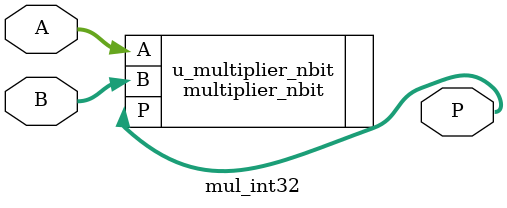
<source format=v>

module mul_int32 #(
    parameter WIDTH = 32
)(
    input  [WIDTH-1:0] A,  // Multiplicand
    input  [WIDTH-1:0] B,  // Multiplier
    output [WIDTH-1:0] P   // Lower WIDTH bits of the product
);

    // Instantiate the n-bit multiplier submodule
    multiplier_nbit #(WIDTH) u_multiplier_nbit (
        .A(A),
        .B(B),
        .P(P)
    );

endmodule

</source>
